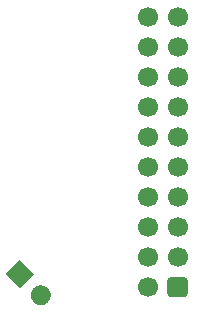
<source format=gbr>
%TF.GenerationSoftware,KiCad,Pcbnew,(5.1.10)-1*%
%TF.CreationDate,2021-06-11T22:20:09-04:00*%
%TF.ProjectId,Adapter,41646170-7465-4722-9e6b-696361645f70,rev?*%
%TF.SameCoordinates,Original*%
%TF.FileFunction,Soldermask,Bot*%
%TF.FilePolarity,Negative*%
%FSLAX46Y46*%
G04 Gerber Fmt 4.6, Leading zero omitted, Abs format (unit mm)*
G04 Created by KiCad (PCBNEW (5.1.10)-1) date 2021-06-11 22:20:09*
%MOMM*%
%LPD*%
G01*
G04 APERTURE LIST*
%ADD10C,1.700000*%
%ADD11C,0.100000*%
G04 APERTURE END LIST*
D10*
%TO.C,J2*%
X153430000Y-89610000D03*
X153430000Y-92150000D03*
X153430000Y-94690000D03*
X153430000Y-97230000D03*
X153430000Y-99770000D03*
X153430000Y-102310000D03*
X153430000Y-104850000D03*
X153430000Y-107390000D03*
X153430000Y-109930000D03*
X153430000Y-112470000D03*
X155970000Y-89610000D03*
X155970000Y-92150000D03*
X155970000Y-94690000D03*
X155970000Y-97230000D03*
X155970000Y-99770000D03*
X155970000Y-102310000D03*
X155970000Y-104850000D03*
X155970000Y-107390000D03*
X155970000Y-109930000D03*
G36*
G01*
X156820000Y-111870000D02*
X156820000Y-113070000D01*
G75*
G02*
X156570000Y-113320000I-250000J0D01*
G01*
X155370000Y-113320000D01*
G75*
G02*
X155120000Y-113070000I0J250000D01*
G01*
X155120000Y-111870000D01*
G75*
G02*
X155370000Y-111620000I250000J0D01*
G01*
X156570000Y-111620000D01*
G75*
G02*
X156820000Y-111870000I0J-250000D01*
G01*
G37*
%TD*%
%TO.C,JP1*%
G36*
G01*
X143795010Y-113747092D02*
X143795010Y-113747092D01*
G75*
G02*
X143795010Y-112545010I601041J601041D01*
G01*
X143795010Y-112545010D01*
G75*
G02*
X144997092Y-112545010I601041J-601041D01*
G01*
X144997092Y-112545010D01*
G75*
G02*
X144997092Y-113747092I-601041J-601041D01*
G01*
X144997092Y-113747092D01*
G75*
G02*
X143795010Y-113747092I-601041J601041D01*
G01*
G37*
D11*
G36*
X142600000Y-112552082D02*
G01*
X141397918Y-111350000D01*
X142600000Y-110147918D01*
X143802082Y-111350000D01*
X142600000Y-112552082D01*
G37*
%TD*%
M02*

</source>
